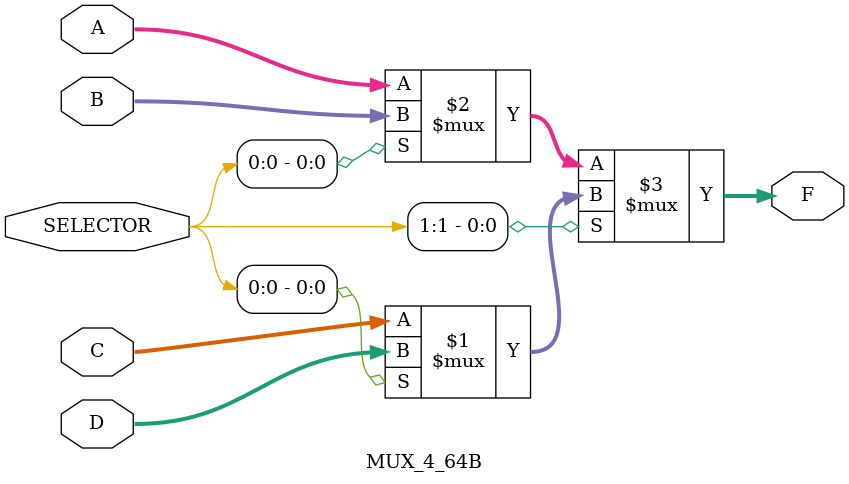
<source format=sv>
module MUX_4_64B (  input logic [63:0] A,                 
                    input logic [63:0] B,              
                    input logic [63:0] C,        
                    input logic [63:0] D,               
                    input logic [1:0] SELECTOR,             
                    output logic [63:0] F);          
 
   assign F = SELECTOR[1] ? (SELECTOR[0] ? D : C) : (SELECTOR[0] ? B : A); 

endmodule
</source>
